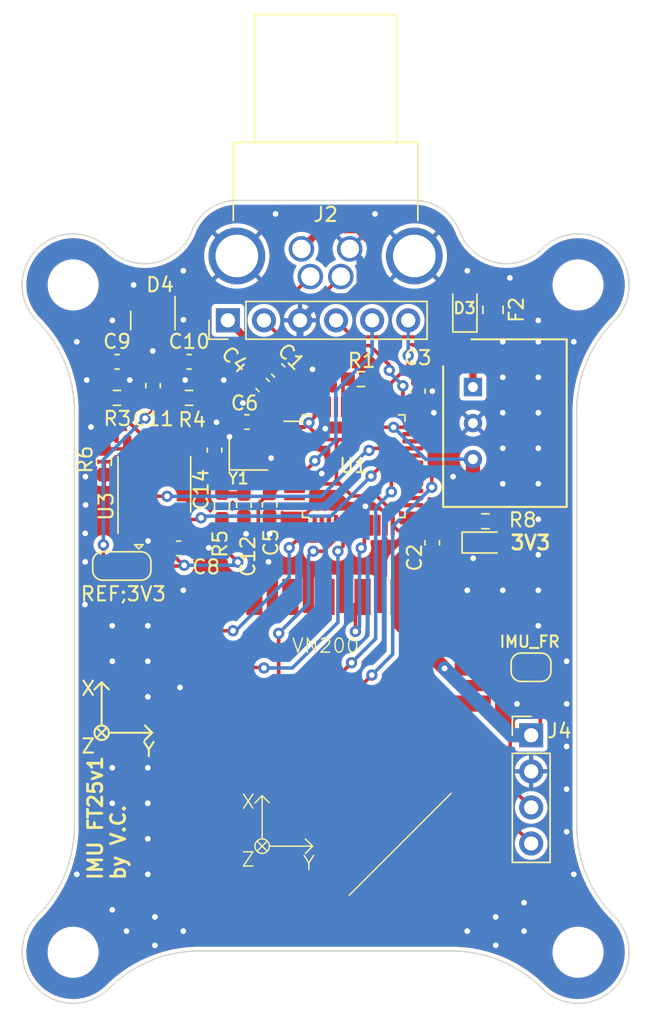
<source format=kicad_pcb>
(kicad_pcb
	(version 20240108)
	(generator "pcbnew")
	(generator_version "8.0")
	(general
		(thickness 1.6)
		(legacy_teardrops no)
	)
	(paper "A4")
	(layers
		(0 "F.Cu" signal)
		(31 "B.Cu" signal)
		(32 "B.Adhes" user "B.Adhesive")
		(33 "F.Adhes" user "F.Adhesive")
		(34 "B.Paste" user)
		(35 "F.Paste" user)
		(36 "B.SilkS" user "B.Silkscreen")
		(37 "F.SilkS" user "F.Silkscreen")
		(38 "B.Mask" user)
		(39 "F.Mask" user)
		(40 "Dwgs.User" user "User.Drawings")
		(41 "Cmts.User" user "User.Comments")
		(42 "Eco1.User" user "User.Eco1")
		(43 "Eco2.User" user "User.Eco2")
		(44 "Edge.Cuts" user)
		(45 "Margin" user)
		(46 "B.CrtYd" user "B.Courtyard")
		(47 "F.CrtYd" user "F.Courtyard")
		(48 "B.Fab" user)
		(49 "F.Fab" user)
		(50 "User.1" user)
		(51 "User.2" user)
		(52 "User.3" user)
		(53 "User.4" user)
		(54 "User.5" user)
		(55 "User.6" user)
		(56 "User.7" user)
		(57 "User.8" user)
		(58 "User.9" user)
	)
	(setup
		(stackup
			(layer "F.SilkS"
				(type "Top Silk Screen")
			)
			(layer "F.Paste"
				(type "Top Solder Paste")
			)
			(layer "F.Mask"
				(type "Top Solder Mask")
				(thickness 0.01)
			)
			(layer "F.Cu"
				(type "copper")
				(thickness 0.035)
			)
			(layer "dielectric 1"
				(type "core")
				(thickness 1.51)
				(material "FR4")
				(epsilon_r 4.5)
				(loss_tangent 0.02)
			)
			(layer "B.Cu"
				(type "copper")
				(thickness 0.035)
			)
			(layer "B.Mask"
				(type "Bottom Solder Mask")
				(thickness 0.01)
			)
			(layer "B.Paste"
				(type "Bottom Solder Paste")
			)
			(layer "B.SilkS"
				(type "Bottom Silk Screen")
			)
			(copper_finish "None")
			(dielectric_constraints no)
		)
		(pad_to_mask_clearance 0)
		(allow_soldermask_bridges_in_footprints no)
		(aux_axis_origin 142.24 63.5)
		(pcbplotparams
			(layerselection 0x00010fc_ffffffff)
			(plot_on_all_layers_selection 0x0000000_00000000)
			(disableapertmacros no)
			(usegerberextensions no)
			(usegerberattributes yes)
			(usegerberadvancedattributes yes)
			(creategerberjobfile no)
			(dashed_line_dash_ratio 12.000000)
			(dashed_line_gap_ratio 3.000000)
			(svgprecision 4)
			(plotframeref no)
			(viasonmask no)
			(mode 1)
			(useauxorigin yes)
			(hpglpennumber 1)
			(hpglpenspeed 20)
			(hpglpendiameter 15.000000)
			(pdf_front_fp_property_popups yes)
			(pdf_back_fp_property_popups yes)
			(dxfpolygonmode yes)
			(dxfimperialunits yes)
			(dxfusepcbnewfont yes)
			(psnegative no)
			(psa4output no)
			(plotreference yes)
			(plotvalue no)
			(plotfptext yes)
			(plotinvisibletext no)
			(sketchpadsonfab no)
			(subtractmaskfromsilk yes)
			(outputformat 1)
			(mirror no)
			(drillshape 0)
			(scaleselection 1)
			(outputdirectory "gerber/")
		)
	)
	(net 0 "")
	(net 1 "Net-(U1-PB2)")
	(net 2 "GND")
	(net 3 "/CAN_H")
	(net 4 "/CAN_L")
	(net 5 "/Vref")
	(net 6 "/NRST")
	(net 7 "/SWCLK")
	(net 8 "/SWDIO")
	(net 9 "/SWO")
	(net 10 "Net-(JP1-A)")
	(net 11 "Net-(U1-BOOT0)")
	(net 12 "Net-(U3-Rs)")
	(net 13 "unconnected-(U1-PC13-Pad2)")
	(net 14 "unconnected-(U1-PC14-Pad3)")
	(net 15 "unconnected-(U1-PC15-Pad4)")
	(net 16 "Net-(U1-PF0)")
	(net 17 "Net-(U1-PF1)")
	(net 18 "unconnected-(U1-PA0-Pad10)")
	(net 19 "unconnected-(U1-PA1-Pad11)")
	(net 20 "unconnected-(U1-PA2-Pad12)")
	(net 21 "unconnected-(U1-PA3-Pad13)")
	(net 22 "unconnected-(U1-PA4-Pad14)")
	(net 23 "Net-(U1-PA5)")
	(net 24 "Net-(U1-PA6)")
	(net 25 "Net-(U1-PA7)")
	(net 26 "unconnected-(U1-PB0-Pad18)")
	(net 27 "unconnected-(U1-PB1-Pad19)")
	(net 28 "unconnected-(VN200-VBAT_RTC-Pad25)")
	(net 29 "unconnected-(U1-PB10-Pad21)")
	(net 30 "unconnected-(U1-PB11-Pad22)")
	(net 31 "unconnected-(U1-PB12-Pad25)")
	(net 32 "unconnected-(U1-PB13-Pad26)")
	(net 33 "unconnected-(U1-PB14-Pad27)")
	(net 34 "unconnected-(U1-PB15-Pad28)")
	(net 35 "unconnected-(U1-PA8-Pad29)")
	(net 36 "Net-(U1-PA9)")
	(net 37 "Net-(U1-PA10)")
	(net 38 "/CAN_RX")
	(net 39 "/CAN_TX")
	(net 40 "Net-(VO1-A)")
	(net 41 "unconnected-(U1-PB4-Pad40)")
	(net 42 "unconnected-(U1-PB5-Pad41)")
	(net 43 "unconnected-(U1-PB6-Pad42)")
	(net 44 "unconnected-(U1-PB7-Pad43)")
	(net 45 "unconnected-(U1-PB8-Pad45)")
	(net 46 "unconnected-(U1-PB9-Pad46)")
	(net 47 "/UART IN")
	(net 48 "/UART OUT")
	(net 49 "unconnected-(VN200-SYNC_OUT-Pad9)")
	(net 50 "unconnected-(VN200-TX1-Pad12)")
	(net 51 "unconnected-(VN200-RX2-Pad13)")
	(net 52 "Net-(JP3-C)")
	(net 53 "Net-(D3-K)")
	(net 54 "Net-(U2-VIN)")
	(net 55 "+24V")
	(net 56 "unconnected-(U1-PA15-Pad38)")
	(net 57 "+3V3")
	(net 58 "unconnected-(VN200-GPS_PPS-Pad24)")
	(net 59 "unconnected-(VN200-SYNC_IN-Pad22)")
	(footprint "Connector_PinHeader_2.54mm:PinHeader_1x06_P2.54mm_Vertical" (layer "F.Cu") (at 153.139884 65.991173 90))
	(footprint "Capacitor_SMD:C_0603_1608Metric_Pad1.08x0.95mm_HandSolder" (layer "F.Cu") (at 154.27 79.02 -90))
	(footprint "Connector_PinHeader_2.54mm:PinHeader_1x04_P2.54mm_Vertical" (layer "F.Cu") (at 174.5 95.21))
	(footprint "Fuse:Fuse_0805_2012Metric" (layer "F.Cu") (at 171.81 65.2525 -90))
	(footprint "MountingHole:MountingHole_3.2mm_M3" (layer "F.Cu") (at 177.8 110.49))
	(footprint "Capacitor_SMD:C_0603_1608Metric_Pad1.08x0.95mm_HandSolder" (layer "F.Cu") (at 166.52 70.98 90))
	(footprint "IMU:VN-200" (layer "F.Cu") (at 160.02 99.06))
	(footprint "MountingHole:MountingHole_3.2mm_M3" (layer "F.Cu") (at 142.24 63.5))
	(footprint "FaSTTUBe_connectors:M8_718_4pin_horizontal" (layer "F.Cu") (at 160.02 60.96 180))
	(footprint "Capacitor_SMD:C_0603_1608Metric_Pad1.08x0.95mm_HandSolder" (layer "F.Cu") (at 149.67 82.049092))
	(footprint "Package_SO:SOIC-8_3.9x4.9mm_P1.27mm" (layer "F.Cu") (at 147.96 77.54 90))
	(footprint "Capacitor_SMD:C_0603_1608Metric_Pad1.08x0.95mm_HandSolder" (layer "F.Cu") (at 147.87 70.59 90))
	(footprint "Jumper:SolderJumper-3_P1.3mm_Open_RoundedPad1.0x1.5mm" (layer "F.Cu") (at 145.67 83.29 180))
	(footprint "Capacitor_SMD:C_0603_1608Metric_Pad1.08x0.95mm_HandSolder" (layer "F.Cu") (at 167.53 81.66 -90))
	(footprint "Capacitor_SMD:C_0603_1608Metric_Pad1.08x0.95mm_HandSolder" (layer "F.Cu") (at 155.59 70.55 135))
	(footprint "Capacitor_SMD:C_0603_1608Metric_Pad1.08x0.95mm_HandSolder" (layer "F.Cu") (at 150.41 68.9125))
	(footprint "Capacitor_SMD:C_0603_1608Metric_Pad1.08x0.95mm_HandSolder" (layer "F.Cu") (at 156.68 69.52 135))
	(footprint "LED_SMD:LED_0603_1608Metric_Pad1.05x0.95mm_HandSolder" (layer "F.Cu") (at 171.2925 81.64))
	(footprint "clipboard:aa490206-7cee-428e-9cc3-cf79f21f7905" (layer "F.Cu") (at 144.25 93))
	(footprint "Jumper:SolderJumper-2_P1.3mm_Open_RoundedPad1.0x1.5mm" (layer "F.Cu") (at 174.49 90.42))
	(footprint "MountingHole:MountingHole_3.2mm_M3" (layer "F.Cu") (at 177.8 63.5))
	(footprint "Package_QFP:LQFP-48_7x7mm_P0.5mm" (layer "F.Cu") (at 162 76.26))
	(footprint "Resistor_SMD:R_0603_1608Metric_Pad0.98x0.95mm_HandSolder" (layer "F.Cu") (at 162.510628 70.130622 180))
	(footprint "Capacitor_SMD:C_0603_1608Metric" (layer "F.Cu") (at 154.48 73.15))
	(footprint "Crystal:Crystal_SMD_2016-4Pin_2.0x1.6mm" (layer "F.Cu") (at 154.59 75.38))
	(footprint "Capacitor_SMD:C_0603_1608Metric_Pad1.08x0.95mm_HandSolder" (layer "F.Cu") (at 145.33 68.9125))
	(footprint "Diode_SMD:D_SOD-323" (layer "F.Cu") (at 169.83 65.2 90))
	(footprint "Resistor_SMD:R_0603_1608Metric_Pad0.98x0.95mm_HandSolder" (layer "F.Cu") (at 152.72 79.06 90))
	(footprint "Capacitor_SMD:C_0603_1608Metric_Pad1.08x0.95mm_HandSolder" (layer "F.Cu") (at 156.08 78.98 -90))
	(footprint "Package_TO_SOT_SMD:SOT-23" (layer "F.Cu") (at 147.85654 65.998629 -90))
	(footprint "Resistor_SMD:R_0603_1608Metric_Pad0.98x0.95mm_HandSolder" (layer "F.Cu") (at 150.41 71.4525 180))
	(footprint "Resistor_SMD:R_0603_1608Metric_Pad0.98x0.95mm_HandSolder" (layer "F.Cu") (at 144.41 75.95 90))
	(footprint "FaSTTUBe_Voltage_Regulators:MagI3C-FDSM-SIP-3" (layer "F.Cu") (at 172.882 73.23 -90))
	(footprint "Resistor_SMD:R_0603_1608Metric_Pad0.98x0.95mm_HandSolder" (layer "F.Cu") (at 145.33 71.4525 180))
	(footprint "Resistor_SMD:R_0603_1608Metric_Pad0.98x0.95mm_HandSolder" (layer "F.Cu") (at 171.27 80.14))
	(footprint "MountingHole:MountingHole_3.2mm_M3" (layer "F.Cu") (at 142.24 110.49))
	(footprint "Capacitor_SMD:C_0603_1608Metric" (layer "F.Cu") (at 152.2 75.13 90))
	(gr_arc
		(start 139.7 66.04)
		(mid 141.646675 68.953405)
		(end 142.330256 72.39)
		(stroke
			(width 0.1)
			(type default)
		)
		(layer "Edge.Cuts")
		(uuid "0a60dceb-cc9b-42bf-aed1-30b811b9c3d0")
	)
	(gr_arc
		(start 139.7 66.04)
		(mid 139.7 60.96)
		(end 144.78 60.96)
		(stroke
			(width 0.1)
			(type default)
		)
		(layer "Edge.Cuts")
		(uuid "1feba593-2008-4347-9f63-8a4013eccbff")
	)
	(gr_arc
		(start 175.26 60.96)
		(mid 172.0237 61.923512)
		(end 169.457829 59.72845)
		(stroke
			(width 0.1)
			(type default)
		)
		(layer "Edge.Cuts")
		(uuid "33fb829b-33e0-4cb1-97da-dada36743c5c")
	)
	(gr_arc
		(start 177.709744 72.39)
		(mid 178.393325 68.953405)
		(end 180.34 66.04)
		(stroke
			(width 0.1)
			(type default)
		)
		(layer "Edge.Cuts")
		(uuid "378f4fed-9751-4f0f-b4a1-c07f1d1ccd33")
	)
	(gr_line
		(start 177.709744 72.39)
		(end 177.709744 101.6)
		(stroke
			(width 0.1)
			(type default)
		)
		(layer "Edge.Cuts")
		(uuid "417adb19-1f0a-4cb1-b5ee-8fc075f8b100")
	)
	(gr_arc
		(start 142.330256 101.6)
		(mid 141.646675 105.036595)
		(end 139.7 107.95)
		(stroke
			(width 0.1)
			(type default)
		)
		(layer "Edge.Cuts")
		(uuid "42c9e34d-e86b-4e4d-953f-5a366e6cd133")
	)
	(gr_arc
		(start 144.78 113.03)
		(mid 139.7 113.03)
		(end 139.7 107.95)
		(stroke
			(width 0.1)
			(type default)
		)
		(layer "Edge.Cuts")
		(uuid "603b12c1-3c4f-4c5f-a72c-193753571693")
	)
	(gr_line
		(start 142.330256 101.6)
		(end 142.330256 72.39)
		(stroke
			(width 0.1)
			(type default)
		)
		(layer "Edge.Cuts")
		(uuid "62a03b69-8f89-4f45-b729-8f416174ed7f")
	)
	(gr_arc
		(start 150.591864 59.724058)
		(mid 151.844703 58.145514)
		(end 153.77 57.55)
		(stroke
			(width 0.1)
			(type default)
		)
		(layer "Edge.Cuts")
		(uuid "68affa6e-7931-4770-8dd3-0d5104b277d0")
	)
	(gr_arc
		(start 180.34 107.95)
		(mid 180.34 113.03)
		(end 175.26 113.03)
		(stroke
			(width 0.1)
			(type default)
		)
		(layer "Edge.Cuts")
		(uuid "88e8dedd-7e2e-455c-aede-3d3d71434d6b")
	)
	(gr_arc
		(start 166.266884 57.545571)
		(mid 168.199957 58.143504)
		(end 169.457829 59.72845)
		(stroke
			(width 0.1)
			(type default)
		)
		(layer "Edge.Cuts")
		(uuid "985a1e88-5e41-45a7-ac40-aad3e9141a71")
	)
	(gr_line
		(start 166.266884 57.545571)
		(end 153.77 57.55)
		(stroke
			(width 0.1)
			(type default)
		)
		(layer "Edge.Cuts")
		(uuid "bc955175-8e7f-4610-8c74-81c8ce899bef")
	)
	(gr_arc
		(start 144.78 113.03)
		(mid 147.693405 111.083325)
		(end 151.13 110.399744)
		(stroke
			(width 0.1)
			(type default)
		)
		(layer "Edge.Cuts")
		(uuid "c5ec41a2-eee0-4875-a4cc-95184d30c7f0")
	)
	(gr_arc
		(start 150.591863 59.724058)
		(mid 148.020334 61.926725)
		(end 144.773381 60.966619)
		(stroke
			(width 0.1)
			(type default)
		)
		(layer "Edge.Cuts")
		(uuid "c9b88552-165a-4500-9156-9bee167518db")
	)
	(gr_line
		(start 168.91 110.399744)
		(end 151.13 110.399744)
		(stroke
			(width 0.1)
			(type default)
		)
		(layer "Edge.Cuts")
		(uuid "cfa19d78-baa2-4534-a0d7-a2a78631aa5f")
	)
	(gr_arc
		(start 175.26 60.96)
		(mid 180.34 60.96)
		(end 180.34 66.04)
		(stroke
			(width 0.1)
			(type default)
		)
		(layer "Edge.Cuts")
		(uuid "d1934568-1bf0-428d-9f24-ffb11e5f7534")
	)
	(gr_arc
		(start 168.91 110.399744)
		(mid 172.346595 111.083325)
		(end 175.26 113.03)
		(stroke
			(width 0.1)
			(type default)
		)
		(layer "Edge.Cuts")
		(uuid "dcdcdaaf-6523-4aba-847d-5091a3f7a830")
	)
	(gr_arc
		(start 180.34 107.95)
		(mid 178.393325 105.036595)
		(end 177.709744 101.6)
		(stroke
			(width 0.1)
			(type default)
		)
		(layer "Edge.Cuts")
		(uuid "e99f5792-9f5e-46f2-b938-01c5774d5d54")
	)
	(gr_text "IMU FT25v1\nby V.C."
		(at 146 105.5 90)
		(layer "F.SilkS")
		(uuid "347e4f76-cb22-45ae-aa14-957a041cc56e")
		(effects
			(font
				(size 1 1)
				(thickness 0.2)
			)
			(justify left bottom)
		)
	)
	(gr_text "3V3"
		(at 172.94 82.23 0)
		(layer "F.SilkS")
		(uuid "6fa3fa50-ee51-4b3b-b976-98e641e49b30")
		(effects
			(font
				(size 1 1)
				(thickness 0.2)
				(bold yes)
			)
			(justify left bottom)
		)
	)
	(gr_text "IMU_FR"
		(at 172.18 89.09 0)
		(layer "F.SilkS")
		(uuid "a1b30ea9-413a-4378-8c1f-4cbaf4aa1360")
		(effects
			(font
				(size 0.8 0.8)
				(thickness 0.15)
			)
			(justify left bottom)
		)
	)
	(gr_text "REF;3V3"
		(at 142.68 85.84 0)
		(layer "F.SilkS")
		(uuid "b64debde-4e87-46fe-8a20-162f5e0255fc")
		(effects
			(font
				(size 1 1)
				(thickness 0.15)
			)
			(justify left bottom)
		)
	)
	(segment
		(start 162.12 85.9745)
		(end 162.6235 85.471)
		(width 0.25)
		(layer "F.Cu")
		(net 1)
		(uuid "15c9113b-bf0a-4189-964d-4c3924dd5e3f")
	)
	(segment
		(start 162.75 81.8)
		(end 162.75 80.4225)
		(width 0.25)
		(layer "F.Cu")
		(net 1)
		(uuid "2231c28d-9fcd-4dea-972f-1ec57176896e")
	)
	(segment
		(start 162.53 82.02)
		(end 162.75 81.8)
		(width 0.25)
		(layer "F.Cu")
		(net 1)
		(uuid "75b7407d-9231-4929-b547-1cae6a4b5985")
	)
	(segment
		(start 162.12 87.9)
		(end 162.12 85.9745)
		(width 0.25)
		(layer "F.Cu")
		(net 1)
		(uuid "bb182de9-900e-45ed-b140-aaae1923c0ab")
	)
	(via
		(at 162.53 82.02)
		(size 0.8)
		(drill 0.4)
		(layers "F.Cu" "B.Cu")
		(net 1)
		(uuid "55e97eb0-ea7c-4fc8-a63b-5d67c34e1665")
	)
	(via
		(at 162.12 87.9)
		(size 0.8)
		(drill 0.4)
		(layers "F.Cu" "B.Cu")
		(net 1)
		(uuid "e0a26d90-f669-48de-9ee6-91a03b03af2b")
	)
	(segment
		(start 162.53 82.02)
		(end 162.41 82.14)
		(width 0.25)
		(layer "B.Cu")
		(net 1)
		(uuid "16e9e39f-9448-4c28-9c95-7a816b587699")
	)
	(segment
		(start 162.41 87.61)
		(end 162.12 87.9)
		(width 0.25)
		(layer "B.Cu")
		(net 1)
		(uuid "be208ab0-f2bb-4ff4-82a7-767ccdde5f04")
	)
	(segment
		(start 162.41 82.14)
		(en
... [299190 chars truncated]
</source>
